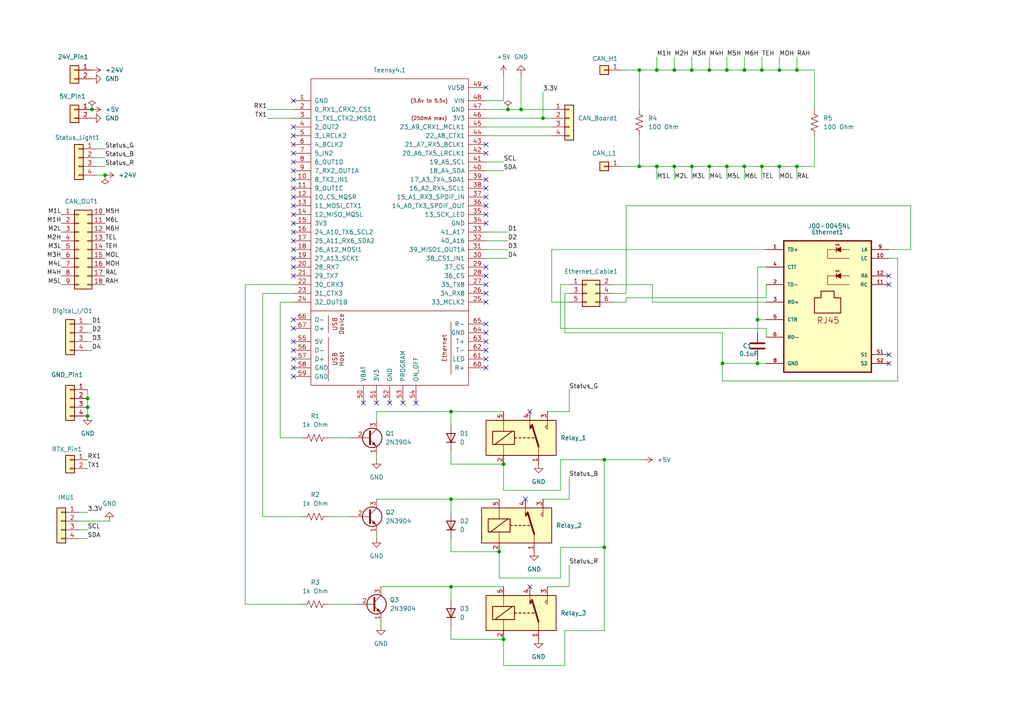
<source format=kicad_sch>
(kicad_sch (version 20231120) (generator "eeschema") (generator_version "8.0")
  (paper "A4")
  (title_block (title "Electrical Main Board") (company "Robonav") (comment 1 "No footprint for the connectors and diodes yet!"))
  (lib_symbols
    (symbol "Conn_01x04_1" (pin_names (offset 1.016) hide)
      (property "Reference" "J6" (at 2.54 0.0001 0))
      (property "Value" "CAN_Board" (at -6.35 6.096 0))
      (symbol "Conn_01x04_1_1_1"
        (pin passive line (at -5.08 2.54 0) (length 3.81) (name "Pin_1") (number "1"))
        (pin passive line (at -5.08 0 0) (length 3.81) (name "Pin_2") (number "2"))
        (pin passive line (at -5.08 -2.54 0) (length 3.81) (name "Pin_3") (number "3"))
        (pin passive line (at -5.08 -5.08 0) (length 3.81) (name "Pin_4") (number "4"))
      )
    )
    (symbol "Connector_Generic:Conn_01x01" (pin_names (offset 1.016) hide)
      (property "Reference" "J" (at 0 2.54 0))
      (property "Value" "Conn_01x01" (at 0 -2.54 0))
      (symbol "Conn_01x01_1_1"
        (pin passive line (at -5.08 0 0) (length 3.81) (name "Pin_1") (number "1"))
      )
    )
    (symbol "Connector_Generic:Conn_01x02" (pin_names (offset 1.016) hide)
      (property "Reference" "J" (at 0 2.54 0))
      (property "Value" "Conn_01x02" (at 0 -5.08 0))
      (symbol "Conn_01x02_1_1"
        (pin passive line (at -5.08 0 0) (length 3.81) (name "Pin_1") (number "1"))
        (pin passive line (at -5.08 -2.54 0) (length 3.81) (name "Pin_2") (number "2"))
      )
    )
    (symbol "Connector_Generic:Conn_01x04" (pin_names (offset 1.016) hide)
      (property "Reference" "J" (at 0 5.08 0))
      (property "Value" "Conn_01x04" (at 0 -7.62 0))
      (symbol "Conn_01x04_1_1"
        (pin passive line (at -5.08 2.54 0) (length 3.81) (name "Pin_1") (number "1"))
        (pin passive line (at -5.08 0 0) (length 3.81) (name "Pin_2") (number "2"))
        (pin passive line (at -5.08 -2.54 0) (length 3.81) (name "Pin_3") (number "3"))
        (pin passive line (at -5.08 -5.08 0) (length 3.81) (name "Pin_4") (number "4"))
      )
    )
    (symbol "Connector_Generic:Conn_02x03_Odd_Even" (pin_names (offset 1.016) hide)
      (property "Reference" "J" (at 1.27 5.08 0))
      (property "Value" "Conn_02x03_Odd_Even" (at 1.27 -5.08 0))
      (symbol "Conn_02x03_Odd_Even_1_1"
        (pin passive line (at -5.08 2.54 0) (length 3.81) (name "Pin_1") (number "1"))
        (pin passive line (at 7.62 2.54 180) (length 3.81) (name "Pin_2") (number "2"))
        (pin passive line (at -5.08 0 0) (length 3.81) (name "Pin_3") (number "3"))
        (pin passive line (at 7.62 0 180) (length 3.81) (name "Pin_4") (number "4"))
        (pin passive line (at -5.08 -2.54 0) (length 3.81) (name "Pin_5") (number "5"))
        (pin passive line (at 7.62 -2.54 180) (length 3.81) (name "Pin_6") (number "6"))
      )
    )
    (symbol "Connector_Generic:Conn_02x09_Top_Bottom" (pin_names (offset 1.016) hide)
      (property "Reference" "J" (at 1.27 12.7 0))
      (property "Value" "Conn_02x09_Top_Bottom" (at 1.27 -12.7 0))
      (symbol "Conn_02x09_Top_Bottom_1_1"
        (pin passive line (at -5.08 10.16 0) (length 3.81) (name "Pin_1") (number "1"))
        (pin passive line (at 7.62 10.16 180) (length 3.81) (name "Pin_10") (number "10"))
        (pin passive line (at 7.62 7.62 180) (length 3.81) (name "Pin_11") (number "11"))
        (pin passive line (at 7.62 5.08 180) (length 3.81) (name "Pin_12") (number "12"))
        (pin passive line (at 7.62 2.54 180) (length 3.81) (name "Pin_13") (number "13"))
        (pin passive line (at 7.62 0 180) (length 3.81) (name "Pin_14") (number "14"))
        (pin passive line (at 7.62 -2.54 180) (length 3.81) (name "Pin_15") (number "15"))
        (pin passive line (at 7.62 -5.08 180) (length 3.81) (name "Pin_16") (number "16"))
        (pin passive line (at 7.62 -7.62 180) (length 3.81) (name "Pin_17") (number "17"))
        (pin passive line (at 7.62 -10.16 180) (length 3.81) (name "Pin_18") (number "18"))
        (pin passive line (at -5.08 7.62 0) (length 3.81) (name "Pin_2") (number "2"))
        (pin passive line (at -5.08 5.08 0) (length 3.81) (name "Pin_3") (number "3"))
        (pin passive line (at -5.08 2.54 0) (length 3.81) (name "Pin_4") (number "4"))
        (pin passive line (at -5.08 0 0) (length 3.81) (name "Pin_5") (number "5"))
        (pin passive line (at -5.08 -2.54 0) (length 3.81) (name "Pin_6") (number "6"))
        (pin passive line (at -5.08 -5.08 0) (length 3.81) (name "Pin_7") (number "7"))
        (pin passive line (at -5.08 -7.62 0) (length 3.81) (name "Pin_8") (number "8"))
        (pin passive line (at -5.08 -10.16 0) (length 3.81) (name "Pin_9") (number "9"))
      )
    )
    (symbol "Device:C" (pin_numbers hide) (pin_names (offset 0.254))
      (property "Reference" "C" (at 0.635 2.54 0))
      (property "Value" "C" (at 0.635 -2.54 0))
      (symbol "C_1_1"
        (pin passive line (at 0 3.81 270) (length 2.794) (name "~") (number "1"))
        (pin passive line (at 0 -3.81 90) (length 2.794) (name "~") (number "2"))
      )
    )
    (symbol "Device:D" (pin_numbers hide) (pin_names (offset 1.016) hide)
      (property "Reference" "D" (at 0 2.54 0))
      (property "Value" "D" (at 0 -2.54 0))
      (symbol "D_1_1"
        (pin passive line (at -3.81 0 0) (length 2.54) (name "K") (number "1"))
        (pin passive line (at 3.81 0 180) (length 2.54) (name "A") (number "2"))
      )
    )
    (symbol "Device:R_US" (pin_numbers hide) (pin_names (offset 0))
      (property "Reference" "R" (at 2.54 0 90))
      (property "Value" "R_US" (at -2.54 0 90))
      (symbol "R_US_1_1"
        (pin passive line (at 0 3.81 270) (length 1.27) (name "~") (number "1"))
        (pin passive line (at 0 -3.81 90) (length 1.27) (name "~") (number "2"))
      )
    )
    (symbol "J00-0045NL:J00-0045NL" (pin_names (offset 1.016))
      (property "Reference" "J" (at -12.7418 21.6609 0))
      (property "Value" "J00-0045NL" (at -12.7427 -21.0253 0))
      (symbol "J00-0045NL_0_0"
        (text "RJ45" (at -3.1811 -3.8174 0) (effects (font (size 1.7814 1.7814)) (justify left bottom)))
        (pin passive line (at -17.78 17.78 0) (length 5.08) (name "TD+") (number "1"))
        (pin passive line (at 17.78 15.24 180) (length 5.08) (name "LC") (number "10"))
        (pin passive line (at 17.78 7.62 180) (length 5.08) (name "RC") (number "11"))
        (pin passive line (at 17.78 10.16 180) (length 5.08) (name "RA") (number "12"))
        (pin passive line (at -17.78 7.62 0) (length 5.08) (name "TD-") (number "2"))
        (pin passive line (at -17.78 2.54 0) (length 5.08) (name "RD+") (number "3"))
        (pin passive line (at -17.78 12.7 0) (length 5.08) (name "CTT") (number "4"))
        (pin passive line (at -17.78 -2.54 0) (length 5.08) (name "CTR") (number "5"))
        (pin passive line (at -17.78 -7.62 0) (length 5.08) (name "RD-") (number "6"))
        (pin passive line (at -17.78 -15.24 0) (length 5.08) (name "GND") (number "8"))
        (pin passive line (at 17.78 17.78 180) (length 5.08) (name "LA") (number "9"))
        (pin passive line (at 17.78 -12.7 180) (length 5.08) (name "S1") (number "S1"))
        (pin passive line (at 17.78 -15.24 180) (length 5.08) (name "S2") (number "S2"))
      )
    )
    (symbol "Relay:G5LE-1"
      (property "Reference" "K" (at 11.43 3.81 0))
      (property "Value" "G5LE-1" (at 11.43 1.27 0))
      (symbol "G5LE-1_1_1"
        (pin passive line (at 5.08 -7.62 90) (length 2.54) (name "~") (number "1"))
        (pin passive line (at -5.08 -7.62 90) (length 2.54) (name "~") (number "2"))
        (pin passive line (at 7.62 7.62 270) (length 2.54) (name "~") (number "3"))
        (pin passive line (at 2.54 7.62 270) (length 2.54) (name "~") (number "4"))
        (pin passive line (at -5.08 7.62 270) (length 2.54) (name "~") (number "5"))
      )
    )
    (symbol "Transistor_BJT:2N3904" (pin_names (offset 0) hide)
      (property "Reference" "Q" (at 5.08 1.905 0))
      (property "Value" "2N3904" (at 5.08 0 0))
      (symbol "2N3904_1_1"
        (pin passive line (at 2.54 -5.08 90) (length 2.54) (name "E") (number "1"))
        (pin passive line (at -5.08 0 0) (length 5.715) (name "B") (number "2"))
        (pin passive line (at 2.54 5.08 270) (length 2.54) (name "C") (number "3"))
      )
    )
    (symbol "power:+24V" (power) (pin_numbers hide) (pin_names (offset 0) hide)
      (property "Value" "+24V" (at 0 3.556 0))
      (symbol "+24V_1_1"
        (pin power_in line (at 0 0 90) (length 0) (name "~") (number "1"))
      )
    )
    (symbol "power:+5V" (power) (pin_numbers hide) (pin_names (offset 0) hide)
      (property "Value" "+5V" (at 0 3.556 0))
      (symbol "+5V_1_1"
        (pin power_in line (at 0 0 90) (length 0) (name "~") (number "1"))
      )
    )
    (symbol "power:GND" (power) (pin_numbers hide) (pin_names (offset 0) hide)
      (property "Value" "GND" (at 0 -3.81 0))
      (symbol "GND_1_1"
        (pin power_in line (at 0 0 270) (length 0) (name "~") (number "1"))
      )
    )
    (symbol "power:PWR_FLAG" (power) (pin_numbers hide) (pin_names (offset 0) hide)
      (property "Value" "PWR_FLAG" (at 0 3.81 0))
      (symbol "PWR_FLAG_0_0"
        (pin power_out line (at 0 0 90) (length 0) (name "~") (number "1"))
      )
    )
    (symbol "teensy:Teensy4.1" (pin_names (offset 1.016))
      (property "Reference" "U1" (at 0 66.04 0))
      (property "Value" "Teensy4.1" (at 0 63.5 0))
      (symbol "Teensy4.1_0_0"
        (text "(250mA max)" (at 11.43 49.53 0) (effects (font (size 1.016 1.016))))
        (text "(3.6v to 5.5v)" (at 11.43 54.61 0) (effects (font (size 1.016 1.016))))
        (text "Device" (at -13.97 -10.16 900) (effects (font (size 1.27 1.27))))
        (text "Ethernet" (at 15.875 -17.145 900) (effects (font (size 1.27 1.27))))
        (text "Host" (at -13.97 -20.32 900) (effects (font (size 1.27 1.27))))
        (text "USB" (at -15.875 -20.32 900) (effects (font (size 1.27 1.27))))
        (text "USB" (at -15.875 -10.16 900) (effects (font (size 1.27 1.27))))
        (pin bidirectional line (at -27.94 31.75 0) (length 5.08) (name "8_TX2_IN1") (number "10"))
        (pin bidirectional line (at -27.94 29.21 0) (length 5.08) (name "9_OUT1C") (number "11"))
        (pin bidirectional line (at -27.94 26.67 0) (length 5.08) (name "10_CS_MQSR") (number "12"))
        (pin bidirectional line (at -27.94 24.13 0) (length 5.08) (name "11_MOSI_CTX1") (number "13"))
        (pin bidirectional line (at -27.94 21.59 0) (length 5.08) (name "12_MISO_MQSL") (number "14"))
        (pin bidirectional line (at -27.94 16.51 0) (length 5.08) (name "24_A10_TX6_SCL2") (number "16"))
        (pin bidirectional line (at -27.94 13.97 0) (length 5.08) (name "25_A11_RX6_SDA2") (number "17"))
        (pin bidirectional line (at -27.94 11.43 0) (length 5.08) (name "26_A12_MOSI1") (number "18"))
        (pin bidirectional line (at -27.94 8.89 0) (length 5.08) (name "27_A13_SCK1") (number "19"))
        (pin bidirectional line (at -27.94 6.35 0) (length 5.08) (name "28_RX7") (number "20"))
        (pin bidirectional line (at -27.94 3.81 0) (length 5.08) (name "29_TX7") (number "21"))
        (pin bidirectional line (at -27.94 1.27 0) (length 5.08) (name "30_CRX3") (number "22"))
        (pin bidirectional line (at -27.94 -1.27 0) (length 5.08) (name "31_CTX3") (number "23"))
        (pin bidirectional line (at -27.94 -3.81 0) (length 5.08) (name "32_OUT1B") (number "24"))
        (pin bidirectional line (at 27.94 -3.81 180) (length 5.08) (name "33_MCLK2") (number "25"))
        (pin bidirectional line (at 27.94 -1.27 180) (length 5.08) (name "34_RX8") (number "26"))
        (pin bidirectional line (at 27.94 1.27 180) (length 5.08) (name "35_TX8") (number "27"))
        (pin bidirectional line (at 27.94 3.81 180) (length 5.08) (name "36_CS") (number "28"))
        (pin bidirectional line (at 27.94 6.35 180) (length 5.08) (name "37_CS") (number "29"))
        (pin bidirectional line (at 27.94 8.89 180) (length 5.08) (name "38_CS1_IN1") (number "30"))
        (pin bidirectional line (at 27.94 11.43 180) (length 5.08) (name "39_MISO1_OUT1A") (number "31"))
        (pin bidirectional line (at 27.94 13.97 180) (length 5.08) (name "40_A16") (number "32"))
        (pin bidirectional line (at 27.94 16.51 180) (length 5.08) (name "41_A17") (number "33"))
        (pin bidirectional line (at 27.94 21.59 180) (length 5.08) (name "13_SCK_LED") (number "35"))
        (pin bidirectional line (at 27.94 24.13 180) (length 5.08) (name "14_A0_TX3_SPDIF_OUT") (number "36"))
        (pin bidirectional line (at 27.94 26.67 180) (length 5.08) (name "15_A1_RX3_SPDIF_IN") (number "37"))
        (pin bidirectional line (at 27.94 29.21 180) (length 5.08) (name "16_A2_RX4_SCL1") (number "38"))
        (pin bidirectional line (at 27.94 31.75 180) (length 5.08) (name "17_A3_TX4_SDA1") (number "39"))
        (pin bidirectional line (at 27.94 34.29 180) (length 5.08) (name "18_A4_SDA") (number "40"))
        (pin bidirectional line (at 27.94 36.83 180) (length 5.08) (name "19_A5_SCL") (number "41"))
        (pin bidirectional line (at 27.94 39.37 180) (length 5.08) (name "20_A6_TX5_LRCLK1") (number "42"))
        (pin bidirectional line (at 27.94 41.91 180) (length 5.08) (name "21_A7_RX5_BCLK1") (number "43"))
        (pin bidirectional line (at 27.94 44.45 180) (length 5.08) (name "22_A8_CTX1") (number "44"))
        (pin bidirectional line (at 27.94 46.99 180) (length 5.08) (name "23_A9_CRX1_MCLK1") (number "45"))
        (pin output line (at 27.94 49.53 180) (length 5.08) (name "3V3") (number "46"))
        (pin power_in line (at 27.94 54.61 180) (length 5.08) (name "VIN") (number "48"))
        (pin power_out line (at 27.94 58.42 180) (length 5.08) (name "VUSB") (number "49"))
        (pin bidirectional line (at -27.94 44.45 0) (length 5.08) (name "3_LRCLK2") (number "5"))
        (pin power_in line (at -7.62 -33.02 90) (length 5.08) (name "VBAT") (number "50"))
        (pin power_in line (at -3.81 -33.02 90) (length 5.08) (name "3V3") (number "51"))
        (pin input line (at 0 -33.02 90) (length 5.08) (name "GND") (number "52"))
        (pin input line (at 3.81 -33.02 90) (length 5.08) (name "PROGRAM") (number "53"))
        (pin input line (at 7.62 -33.02 90) (length 5.08) (name "ON_OFF") (number "54"))
        (pin power_out line (at -27.94 -15.24 0) (length 5.08) (name "5V") (number "55"))
        (pin bidirectional line (at -27.94 -17.78 0) (length 5.08) (name "D-") (number "56"))
        (pin bidirectional line (at -27.94 -20.32 0) (length 5.08) (name "D+") (number "57"))
        (pin power_in line (at -27.94 -22.86 0) (length 5.08) (name "GND") (number "58"))
        (pin power_in line (at -27.94 -25.4 0) (length 5.08) (name "GND") (number "59"))
        (pin bidirectional line (at -27.94 41.91 0) (length 5.08) (name "4_BCLK2") (number "6"))
        (pin bidirectional line (at 27.94 -22.86 180) (length 5.08) (name "R+") (number "60"))
        (pin bidirectional line (at 27.94 -20.32 180) (length 5.08) (name "LED") (number "61"))
        (pin bidirectional line (at 27.94 -17.78 180) (length 5.08) (name "T-") (number "62"))
        (pin bidirectional line (at 27.94 -15.24 180) (length 5.08) (name "T+") (number "63"))
        (pin bidirectional line (at 27.94 -10.16 180) (length 5.08) (name "R-") (number "65"))
        (pin bidirectional line (at -27.94 -8.89 0) (length 5.08) (name "D-") (number "66"))
        (pin bidirectional line (at -27.94 -11.43 0) (length 5.08) (name "D+") (number "67"))
        (pin bidirectional line (at -27.94 39.37 0) (length 5.08) (name "5_IN2") (number "7"))
        (pin bidirectional line (at -27.94 36.83 0) (length 5.08) (name "6_OUT1D") (number "8"))
        (pin bidirectional line (at -27.94 34.29 0) (length 5.08) (name "7_RX2_OUT1A") (number "9"))
      )
      (symbol "Teensy4.1_1_0"
        (pin power_out line (at -27.94 19.05 0) (length 5.08) (name "3V3") (number "15"))
        (pin input line (at 27.94 52.07 180) (length 5.08) (name "GND") (number "47"))
        (pin power_out line (at 27.94 -12.7 180) (length 5.08) (name "GND") (number "64"))
      )
      (symbol "Teensy4.1_1_1"
        (pin power_in line (at -27.94 54.61 0) (length 5.08) (name "GND") (number "1"))
        (pin bidirectional line (at -27.94 52.07 0) (length 5.08) (name "0_RX1_CRX2_CS1") (number "2"))
        (pin bidirectional line (at -27.94 49.53 0) (length 5.08) (name "1_TX1_CTX2_MISO1") (number "3"))
        (pin power_in line (at 27.94 19.05 180) (length 5.08) (name "GND") (number "34"))
        (pin bidirectional line (at -27.94 46.99 0) (length 5.08) (name "2_OUT2") (number "4"))
      )
    )
  )
  (junction (at 215.9 20.32))
  (junction (at 200.66 20.32))
  (junction (at 175.26 133.35))
  (junction (at 147.32 31.75))
  (junction (at 190.5 48.26))
  (junction (at 25.4 118.11))
  (junction (at 205.74 20.32))
  (junction (at 195.58 20.32))
  (junction (at 210.82 20.32))
  (junction (at 157.48 34.29))
  (junction (at 185.42 48.26))
  (junction (at 146.05 134.62))
  (junction (at 200.66 48.26))
  (junction (at 130.81 144.78))
  (junction (at 195.58 48.26))
  (junction (at 25.4 115.57))
  (junction (at 220.98 20.32))
  (junction (at 226.06 48.26))
  (junction (at 130.81 170.18))
  (junction (at 231.14 48.26))
  (junction (at 220.98 48.26))
  (junction (at 26.67 31.75))
  (junction (at 209.55 105.41))
  (junction (at 146.05 185.42))
  (junction (at 144.78 160.02))
  (junction (at 130.81 119.38))
  (junction (at 231.14 20.32))
  (junction (at 219.71 92.71))
  (junction (at 215.9 48.26))
  (junction (at 205.74 48.26))
  (junction (at 219.71 105.41))
  (junction (at 190.5 20.32))
  (junction (at 151.13 31.75))
  (junction (at 210.82 48.26))
  (junction (at 226.06 20.32))
  (junction (at 175.26 158.75))
  (junction (at 25.4 120.65))
  (junction (at 30.48 50.8))
  (junction (at 185.42 20.32))
  (no_connect (at 140.97 25.4))
  (no_connect (at 257.81 82.55))
  (no_connect (at 140.97 82.55))
  (no_connect (at 140.97 101.6))
  (no_connect (at 85.09 64.77))
  (no_connect (at 85.09 52.07))
  (no_connect (at 140.97 104.14))
  (no_connect (at 116.84 116.84))
  (no_connect (at 120.65 116.84))
  (no_connect (at 140.97 77.47))
  (no_connect (at 85.09 41.91))
  (no_connect (at 140.97 57.15))
  (no_connect (at 85.09 67.31))
  (no_connect (at 257.81 102.87))
  (no_connect (at 85.09 44.45))
  (no_connect (at 140.97 106.68))
  (no_connect (at 85.09 104.14))
  (no_connect (at 140.97 44.45))
  (no_connect (at 85.09 36.83))
  (no_connect (at 85.09 92.71))
  (no_connect (at 140.97 96.52))
  (no_connect (at 85.09 46.99))
  (no_connect (at 257.81 105.41))
  (no_connect (at 140.97 52.07))
  (no_connect (at 140.97 54.61))
  (no_connect (at 85.09 57.15))
  (no_connect (at 113.03 116.84))
  (no_connect (at 85.09 99.06))
  (no_connect (at 85.09 74.93))
  (no_connect (at 140.97 64.77))
  (no_connect (at 153.67 170.18))
  (no_connect (at 140.97 85.09))
  (no_connect (at 109.22 116.84))
  (no_connect (at 140.97 59.69))
  (no_connect (at 257.81 80.01))
  (no_connect (at 85.09 59.69))
  (no_connect (at 85.09 106.68))
  (no_connect (at 85.09 39.37))
  (no_connect (at 85.09 95.25))
  (no_connect (at 140.97 80.01))
  (no_connect (at 85.09 77.47))
  (no_connect (at 85.09 54.61))
  (no_connect (at 153.67 119.38))
  (no_connect (at 85.09 69.85))
  (no_connect (at 152.4 144.78))
  (no_connect (at 105.41 116.84))
  (no_connect (at 85.09 101.6))
  (no_connect (at 140.97 41.91))
  (no_connect (at 85.09 29.21))
  (no_connect (at 85.09 109.22))
  (no_connect (at 85.09 72.39))
  (no_connect (at 140.97 93.98))
  (no_connect (at 85.09 49.53))
  (no_connect (at 140.97 62.23))
  (no_connect (at 140.97 87.63))
  (no_connect (at 85.09 62.23))
  (no_connect (at 140.97 99.06))
  (no_connect (at 85.09 80.01))
  (wire (pts (xy 215.9 48.26) (xy 220.98 48.26)))
  (wire (pts (xy 181.61 87.63) (xy 177.8 87.63)))
  (wire (pts (xy 222.25 95.25) (xy 162.56 95.25)))
  (wire (pts (xy 160.02 87.63) (xy 165.1 87.63)))
  (wire (pts (xy 25.4 115.57) (xy 25.4 118.11)))
  (wire (pts (xy 205.74 20.32) (xy 210.82 20.32)))
  (wire (pts (xy 162.56 142.24) (xy 162.56 133.35)))
  (wire (pts (xy 85.09 85.09) (xy 76.2 85.09)))
  (wire (pts (xy 165.1 163.83) (xy 165.1 170.18)))
  (wire (pts (xy 219.71 92.71) (xy 222.25 92.71)))
  (wire (pts (xy 185.42 20.32) (xy 185.42 31.75)))
  (wire (pts (xy 215.9 16.51) (xy 215.9 20.32)))
  (wire (pts (xy 205.74 48.26) (xy 210.82 48.26)))
  (wire (pts (xy 160.02 72.39) (xy 222.25 72.39)))
  (wire (pts (xy 146.05 134.62) (xy 146.05 142.24)))
  (wire (pts (xy 22.86 148.59) (xy 25.4 148.59)))
  (wire (pts (xy 210.82 48.26) (xy 215.9 48.26)))
  (wire (pts (xy 30.48 43.18) (xy 27.94 43.18)))
  (wire (pts (xy 26.67 96.52) (xy 25.4 96.52)))
  (wire (pts (xy 190.5 16.51) (xy 190.5 20.32)))
  (wire (pts (xy 222.25 86.36) (xy 222.25 82.55)))
  (wire (pts (xy 220.98 16.51) (xy 220.98 20.32)))
  (wire (pts (xy 95.25 175.26) (xy 102.87 175.26)))
  (wire (pts (xy 146.05 193.04) (xy 163.83 193.04)))
  (wire (pts (xy 180.34 20.32) (xy 185.42 20.32)))
  (wire (pts (xy 257.81 72.39) (xy 264.16 72.39)))
  (wire (pts (xy 130.81 185.42) (xy 146.05 185.42)))
  (wire (pts (xy 140.97 49.53) (xy 146.05 49.53)))
  (wire (pts (xy 200.66 20.32) (xy 205.74 20.32)))
  (wire (pts (xy 219.71 92.71) (xy 219.71 77.47)))
  (wire (pts (xy 130.81 156.21) (xy 130.81 160.02)))
  (wire (pts (xy 185.42 48.26) (xy 190.5 48.26)))
  (wire (pts (xy 220.98 20.32) (xy 226.06 20.32)))
  (wire (pts (xy 219.71 96.52) (xy 219.71 92.71)))
  (wire (pts (xy 109.22 156.21) (xy 109.22 154.94)))
  (wire (pts (xy 220.98 48.26) (xy 226.06 48.26)))
  (wire (pts (xy 219.71 77.47) (xy 222.25 77.47)))
  (wire (pts (xy 210.82 48.26) (xy 210.82 52.07)))
  (wire (pts (xy 76.2 149.86) (xy 87.63 149.86)))
  (wire (pts (xy 200.66 48.26) (xy 205.74 48.26)))
  (wire (pts (xy 260.35 110.49) (xy 260.35 74.93)))
  (wire (pts (xy 162.56 82.55) (xy 165.1 82.55)))
  (wire (pts (xy 163.83 182.88) (xy 175.26 182.88)))
  (wire (pts (xy 181.61 85.09) (xy 177.8 85.09)))
  (wire (pts (xy 130.81 119.38) (xy 146.05 119.38)))
  (wire (pts (xy 109.22 133.35) (xy 109.22 132.08)))
  (wire (pts (xy 110.49 170.18) (xy 130.81 170.18)))
  (wire (pts (xy 158.75 119.38) (xy 165.1 119.38)))
  (wire (pts (xy 140.97 46.99) (xy 146.05 46.99)))
  (wire (pts (xy 219.71 104.14) (xy 219.71 105.41)))
  (wire (pts (xy 231.14 48.26) (xy 236.22 48.26)))
  (wire (pts (xy 162.56 158.75) (xy 175.26 158.75)))
  (wire (pts (xy 264.16 59.69) (xy 264.16 72.39)))
  (wire (pts (xy 219.71 105.41) (xy 222.25 105.41)))
  (wire (pts (xy 190.5 48.26) (xy 195.58 48.26)))
  (wire (pts (xy 110.49 181.61) (xy 110.49 180.34)))
  (wire (pts (xy 181.61 87.63) (xy 181.61 86.36)))
  (wire (pts (xy 81.28 127) (xy 87.63 127)))
  (wire (pts (xy 146.05 142.24) (xy 162.56 142.24)))
  (wire (pts (xy 140.97 34.29) (xy 157.48 34.29)))
  (wire (pts (xy 226.06 20.32) (xy 231.14 20.32)))
  (wire (pts (xy 162.56 133.35) (xy 175.26 133.35)))
  (wire (pts (xy 210.82 16.51) (xy 210.82 20.32)))
  (wire (pts (xy 77.47 34.29) (xy 85.09 34.29)))
  (wire (pts (xy 151.13 31.75) (xy 160.02 31.75)))
  (wire (pts (xy 226.06 48.26) (xy 231.14 48.26)))
  (wire (pts (xy 140.97 69.85) (xy 147.32 69.85)))
  (wire (pts (xy 195.58 20.32) (xy 200.66 20.32)))
  (wire (pts (xy 165.1 138.43) (xy 165.1 144.78)))
  (wire (pts (xy 209.55 96.52) (xy 209.55 105.41)))
  (wire (pts (xy 25.4 113.03) (xy 25.4 115.57)))
  (wire (pts (xy 163.83 193.04) (xy 163.83 182.88)))
  (wire (pts (xy 140.97 72.39) (xy 147.32 72.39)))
  (wire (pts (xy 25.4 118.11) (xy 25.4 120.65)))
  (wire (pts (xy 222.25 97.79) (xy 222.25 95.25)))
  (wire (pts (xy 77.47 31.75) (xy 85.09 31.75)))
  (wire (pts (xy 181.61 59.69) (xy 181.61 85.09)))
  (wire (pts (xy 140.97 74.93) (xy 147.32 74.93)))
  (wire (pts (xy 210.82 20.32) (xy 215.9 20.32)))
  (wire (pts (xy 30.48 50.8) (xy 27.94 50.8)))
  (wire (pts (xy 175.26 182.88) (xy 175.26 158.75)))
  (wire (pts (xy 130.81 173.99) (xy 130.81 170.18)))
  (wire (pts (xy 81.28 87.63) (xy 81.28 127)))
  (wire (pts (xy 209.55 105.41) (xy 219.71 105.41)))
  (wire (pts (xy 130.81 144.78) (xy 144.78 144.78)))
  (wire (pts (xy 177.8 82.55) (xy 189.23 82.55)))
  (wire (pts (xy 140.97 39.37) (xy 160.02 39.37)))
  (wire (pts (xy 157.48 26.67) (xy 157.48 34.29)))
  (wire (pts (xy 22.86 153.67) (xy 25.4 153.67)))
  (wire (pts (xy 140.97 67.31) (xy 147.32 67.31)))
  (wire (pts (xy 195.58 48.26) (xy 195.58 52.07)))
  (wire (pts (xy 231.14 48.26) (xy 231.14 52.07)))
  (wire (pts (xy 151.13 21.59) (xy 151.13 31.75)))
  (wire (pts (xy 22.86 151.13) (xy 31.75 151.13)))
  (wire (pts (xy 160.02 72.39) (xy 160.02 87.63)))
  (wire (pts (xy 130.81 181.61) (xy 130.81 185.42)))
  (wire (pts (xy 189.23 82.55) (xy 189.23 87.63)))
  (wire (pts (xy 147.32 31.75) (xy 151.13 31.75)))
  (wire (pts (xy 144.78 160.02) (xy 144.78 167.64)))
  (wire (pts (xy 236.22 20.32) (xy 231.14 20.32)))
  (wire (pts (xy 190.5 48.26) (xy 190.5 52.07)))
  (wire (pts (xy 215.9 48.26) (xy 215.9 52.07)))
  (wire (pts (xy 215.9 20.32) (xy 220.98 20.32)))
  (wire (pts (xy 109.22 121.92) (xy 109.22 119.38)))
  (wire (pts (xy 200.66 16.51) (xy 200.66 20.32)))
  (wire (pts (xy 109.22 144.78) (xy 130.81 144.78)))
  (wire (pts (xy 189.23 87.63) (xy 222.25 87.63)))
  (wire (pts (xy 205.74 48.26) (xy 205.74 52.07)))
  (wire (pts (xy 226.06 16.51) (xy 226.06 20.32)))
  (wire (pts (xy 209.55 110.49) (xy 260.35 110.49)))
  (wire (pts (xy 175.26 133.35) (xy 186.69 133.35)))
  (wire (pts (xy 157.48 144.78) (xy 165.1 144.78)))
  (wire (pts (xy 95.25 127) (xy 101.6 127)))
  (wire (pts (xy 22.86 156.21) (xy 25.4 156.21)))
  (wire (pts (xy 209.55 96.52) (xy 163.83 96.52)))
  (wire (pts (xy 71.12 82.55) (xy 71.12 175.26)))
  (wire (pts (xy 185.42 39.37) (xy 185.42 48.26)))
  (wire (pts (xy 165.1 113.03) (xy 165.1 119.38)))
  (wire (pts (xy 226.06 48.26) (xy 226.06 52.07)))
  (wire (pts (xy 140.97 29.21) (xy 146.05 29.21)))
  (wire (pts (xy 130.81 134.62) (xy 146.05 134.62)))
  (wire (pts (xy 220.98 48.26) (xy 220.98 52.07)))
  (wire (pts (xy 181.61 86.36) (xy 222.25 86.36)))
  (wire (pts (xy 162.56 95.25) (xy 162.56 82.55)))
  (wire (pts (xy 231.14 16.51) (xy 231.14 20.32)))
  (wire (pts (xy 26.67 101.6) (xy 25.4 101.6)))
  (wire (pts (xy 26.67 99.06) (xy 25.4 99.06)))
  (wire (pts (xy 181.61 59.69) (xy 264.16 59.69)))
  (wire (pts (xy 130.81 130.81) (xy 130.81 134.62)))
  (wire (pts (xy 180.34 48.26) (xy 185.42 48.26)))
  (wire (pts (xy 71.12 175.26) (xy 87.63 175.26)))
  (wire (pts (xy 146.05 21.59) (xy 146.05 29.21)))
  (wire (pts (xy 140.97 31.75) (xy 147.32 31.75)))
  (wire (pts (xy 190.5 20.32) (xy 195.58 20.32)))
  (wire (pts (xy 76.2 85.09) (xy 76.2 149.86)))
  (wire (pts (xy 30.48 48.26) (xy 27.94 48.26)))
  (wire (pts (xy 95.25 149.86) (xy 101.6 149.86)))
  (wire (pts (xy 140.97 36.83) (xy 160.02 36.83)))
  (wire (pts (xy 195.58 16.51) (xy 195.58 20.32)))
  (wire (pts (xy 130.81 119.38) (xy 130.81 123.19)))
  (wire (pts (xy 195.58 48.26) (xy 200.66 48.26)))
  (wire (pts (xy 162.56 167.64) (xy 162.56 158.75)))
  (wire (pts (xy 71.12 82.55) (xy 85.09 82.55)))
  (wire (pts (xy 209.55 105.41) (xy 209.55 110.49)))
  (wire (pts (xy 130.81 144.78) (xy 130.81 148.59)))
  (wire (pts (xy 163.83 96.52) (xy 163.83 85.09)))
  (wire (pts (xy 109.22 119.38) (xy 130.81 119.38)))
  (wire (pts (xy 130.81 170.18) (xy 146.05 170.18)))
  (wire (pts (xy 260.35 74.93) (xy 257.81 74.93)))
  (wire (pts (xy 175.26 158.75) (xy 175.26 133.35)))
  (wire (pts (xy 236.22 20.32) (xy 236.22 31.75)))
  (wire (pts (xy 200.66 48.26) (xy 200.66 52.07)))
  (wire (pts (xy 130.81 160.02) (xy 144.78 160.02)))
  (wire (pts (xy 26.67 93.98) (xy 25.4 93.98)))
  (wire (pts (xy 146.05 185.42) (xy 146.05 193.04)))
  (wire (pts (xy 185.42 20.32) (xy 190.5 20.32)))
  (wire (pts (xy 205.74 16.51) (xy 205.74 20.32)))
  (wire (pts (xy 163.83 85.09) (xy 165.1 85.09)))
  (wire (pts (xy 85.09 87.63) (xy 81.28 87.63)))
  (wire (pts (xy 158.75 170.18) (xy 165.1 170.18)))
  (wire (pts (xy 157.48 34.29) (xy 160.02 34.29)))
  (wire (pts (xy 236.22 39.37) (xy 236.22 48.26)))
  (wire (pts (xy 30.48 45.72) (xy 27.94 45.72)))
  (wire (pts (xy 144.78 167.64) (xy 162.56 167.64)))
  (label "D1" (at 26.67 93.98 0))
  (label "D4" (at 147.32 74.93 0))
  (label "M2L" (at 17.78 67.31 180))
  (label "TEL" (at 220.98 52.07 0))
  (label "Status_R" (at 165.1 163.83 0))
  (label "RAL" (at 231.14 52.07 0))
  (label "M2L" (at 195.58 52.07 0))
  (label "Status_B" (at 30.48 45.72 0))
  (label "M4L" (at 205.74 52.07 0))
  (label "M2H" (at 195.58 16.51 0))
  (label "D1" (at 147.32 67.31 0))
  (label "M5H" (at 210.82 16.51 0))
  (label "M3H" (at 200.66 16.51 0))
  (label "M4H" (at 205.74 16.51 0))
  (label "M1L" (at 190.5 52.07 0))
  (label "D2" (at 26.67 96.52 0))
  (label "MOL" (at 30.48 74.93 0))
  (label "RAH" (at 231.14 16.51 0))
  (label "D4" (at 26.67 101.6 0))
  (label "MOH" (at 30.48 77.47 0))
  (label "TX1" (at 25.4 135.89 0))
  (label "M3H" (at 17.78 74.93 180))
  (label "M3L" (at 17.78 72.39 180))
  (label "RX1" (at 25.4 133.35 0))
  (label "M1L" (at 17.78 62.23 180))
  (label "SDA" (at 146.05 49.53 0))
  (label "Status_B" (at 165.1 138.43 0))
  (label "MOH" (at 226.06 16.51 0))
  (label "TX1" (at 77.47 34.29 180))
  (label "M5L" (at 210.82 52.07 0))
  (label "D3" (at 147.32 72.39 0))
  (label "M5H" (at 30.48 62.23 0))
  (label "SCL" (at 146.05 46.99 0))
  (label "M2H" (at 17.78 69.85 180))
  (label "D2" (at 147.32 69.85 0))
  (label "M6L" (at 30.48 64.77 0))
  (label "M6H" (at 215.9 16.51 0))
  (label "TEL" (at 30.48 69.85 0))
  (label "M5L" (at 17.78 82.55 180))
  (label "RX1" (at 77.47 31.75 180))
  (label "M6H" (at 30.48 67.31 0))
  (label "RAL" (at 30.48 80.01 0))
  (label "M3L" (at 200.66 52.07 0))
  (label "TEH" (at 220.98 16.51 0))
  (label "Status_G" (at 165.1 113.03 0))
  (label "M4L" (at 17.78 77.47 180))
  (label "Status_G" (at 30.48 43.18 0))
  (label "RAH" (at 30.48 82.55 0))
  (label "3.3V" (at 25.4 148.59 0))
  (label "3.3V" (at 157.48 26.67 0))
  (label "TEH" (at 30.48 72.39 0))
  (label "M4H" (at 17.78 80.01 180))
  (label "Status_R" (at 30.48 48.26 0))
  (label "M6L" (at 215.9 52.07 0))
  (label "M1H" (at 190.5 16.51 0))
  (label "SDA" (at 25.4 156.21 0))
  (label "M1H" (at 17.78 64.77 180))
  (label "D3" (at 26.67 99.06 0))
  (label "SCL" (at 25.4 153.67 0))
  (label "MOL" (at 226.06 52.07 0))
  (symbol (lib_id "Device:R_US") (at 91.44 175.26 90) (unit 1)
    (property "Reference" "R3" (at 91.44 168.91 90))
    (property "Value" "1k Ohm" (at 91.44 171.45 90))
    (property "Footprint" "Resistor_THT:R_Axial_DIN0309_L9.0mm_D3.2mm_P15.24mm_Horizontal" (effects (hide yes)))
    (property "Description" "Resistor, US symbol" (effects (hide yes)))
  )
  (symbol (lib_id "Transistor_BJT:2N3904") (at 106.68 127 0) (unit 1)
    (property "Reference" "Q1" (at 111.76 125.7299 0) (effects (justify left)))
    (property "Value" "2N3904" (at 111.76 128.2699 0) (effects (justify left)))
    (property "Footprint" "Package_TO_SOT_THT:TO-92_Inline" (effects (hide yes)))
    (property "Datasheet" "https://www.onsemi.com/pub/Collateral/2N3903-D.PDF" (effects (hide yes)))
    (property "Description" "0.2A Ic, 40V Vce, Small Signal NPN Transistor, TO-92" (effects (hide yes)))
  )
  (symbol (lib_id "Connector_Generic:Conn_01x04") (at 20.32 115.57 0) (mirror y) (unit 1)
    (property "Reference" "GND_Pin1" (at 24.13 108.712 0) (effects (justify left)))
    (property "Value" "GND" (effects (hide yes)))
    (property "Footprint" "Connector_PinHeader_2.54mm:PinHeader_1x04_P2.54mm_Vertical" (effects (hide yes)))
    (property "Description" "Generic connector, single row, 01x04, script generated (kicad-library-utils/schlib/autogen/connector/)" (effects (hide yes)))
  )
  (symbol (lib_id "power:GND") (at 26.67 22.86 90) (unit 1)
    (property "Reference" "#PWR011" (effects (hide yes)))
    (property "Value" "GND" (at 30.48 22.8599 90) (effects (justify right)))
    (property "Description" "Power symbol creates a global label with name \"GND\" , ground" (effects (hide yes)))
  )
  (symbol (lib_id "Device:R_US") (at 185.42 35.56 0) (unit 1)
    (property "Reference" "R4" (at 187.96 34.2899 0) (effects (justify left)))
    (property "Value" "100 Ohm" (at 187.96 36.8299 0) (effects (justify left)))
    (property "Footprint" "Resistor_THT:R_Axial_DIN0309_L9.0mm_D3.2mm_P15.24mm_Horizontal" (effects (hide yes)))
    (property "Description" "Resistor, US symbol" (effects (hide yes)))
  )
  (symbol (lib_id "Relay:G5LE-1") (at 149.86 152.4 0) (unit 1)
    (property "Reference" "Relay_2" (at 161.29 152.3999 0) (effects (justify left)))
    (property "Value" "G5LE1_Blue" (effects (hide yes)))
    (property "Footprint" "Relay_THT:Relay_SPDT_Omron-G5LE-1" (effects (hide yes)))
    (property "Datasheet" "http://www.omron.com/ecb/products/pdf/en-g5le.pdf" (effects (hide yes)))
    (property "Description" "Omron G5LE relay, Miniature Single Pole, SPDT, 10A" (effects (hide yes)))
  )
  (symbol (lib_id "Device:D") (at 130.81 152.4 90) (unit 1)
    (property "Reference" "D2" (at 133.35 151.1299 90) (effects (justify right)))
    (property "Value" "D" (at 133.35 153.6699 90) (effects (justify right)))
    (property "Footprint" "LED_THT:LED_D5.0mm" (effects (hide yes)))
    (property "Description" "Diode" (effects (hide yes)))
    (property "Sim.Device" "D" (effects (hide yes)))
    (property "Sim.Pins" "1=K 2=A" (effects (hide yes)))
  )
  (symbol (lib_id "Connector_Generic:Conn_01x04") (at 22.86 45.72 0) (mirror y) (unit 1)
    (property "Reference" "Status_Light1" (at 28.956 39.878 0) (effects (justify left)))
    (property "Value" "Status_Light" (effects (hide yes)))
    (property "Footprint" "Connector_PinHeader_2.54mm:PinHeader_1x04_P2.54mm_Vertical" (effects (hide yes)))
    (property "Description" "Generic connector, single row, 01x04, script generated (kicad-library-utils/schlib/autogen/connector/)" (effects (hide yes)))
  )
  (symbol (lib_id "power:GND") (at 156.21 134.62 0) (unit 1)
    (property "Reference" "#PWR04" (effects (hide yes)))
    (property "Value" "GND" (at 156.21 139.7 0))
    (property "Description" "Power symbol creates a global label with name \"GND\" , ground" (effects (hide yes)))
  )
  (symbol (lib_id "power:GND") (at 25.4 120.65 0) (unit 1)
    (property "Reference" "#PWR016" (effects (hide yes)))
    (property "Value" "GND" (at 25.4 125.73 0))
    (property "Description" "Power symbol creates a global label with name \"GND\" , ground" (effects (hide yes)))
  )
  (symbol (lib_id "Connector_Generic:Conn_01x04") (at 20.32 96.52 0) (mirror y) (unit 1)
    (property "Reference" "Digital_I/O1" (at 26.924 90.17 0) (effects (justify left)))
    (property "Value" "Digital I/O" (effects (hide yes)))
    (property "Footprint" "Connector_PinHeader_2.54mm:PinHeader_1x04_P2.54mm_Vertical" (effects (hide yes)))
    (property "Description" "Generic connector, single row, 01x04, script generated (kicad-library-utils/schlib/autogen/connector/)" (effects (hide yes)))
  )
  (symbol (lib_id "power:+5V") (at 26.67 31.75 270) (unit 1)
    (property "Reference" "#PWR014" (effects (hide yes)))
    (property "Value" "+5V" (at 30.48 31.7499 90) (effects (justify left)))
    (property "Description" "Power symbol creates a global label with name \"+5V\"" (effects (hide yes)))
  )
  (symbol (lib_id "power:GND") (at 109.22 133.35 0) (unit 1)
    (property "Reference" "#PWR02" (effects (hide yes)))
    (property "Value" "GND" (at 109.22 138.43 0))
    (property "Description" "Power symbol creates a global label with name \"GND\" , ground" (effects (hide yes)))
  )
  (symbol (lib_id "power:+24V") (at 30.48 50.8 270) (unit 1)
    (property "Reference" "#PWR015" (effects (hide yes)))
    (property "Value" "+24V" (at 34.29 50.7999 90) (effects (justify left)))
    (property "Description" "Power symbol creates a global label with name \"+24V\"" (effects (hide yes)))
  )
  (symbol (lib_id "power:GND") (at 31.75 151.13 180) (unit 1)
    (property "Reference" "#PWR010" (effects (hide yes)))
    (property "Value" "GND" (at 31.75 146.05 0))
    (property "Description" "Power symbol creates a global label with name \"GND\" , ground" (effects (hide yes)))
  )
  (symbol (lib_id "Connector_Generic:Conn_01x01") (at 175.26 48.26 180) (unit 1)
    (property "Reference" "CAN_L1" (at 175.26 44.45 0))
    (property "Value" "CAN_L" (effects (hide yes)))
    (property "Footprint" "Connector_PinHeader_2.54mm:PinHeader_1x01_P2.54mm_Vertical" (effects (hide yes)))
    (property "Description" "Generic connector, single row, 01x01, script generated (kicad-library-utils/schlib/autogen/connector/)" (effects (hide yes)))
  )
  (symbol (lib_id "Device:D") (at 130.81 177.8 90) (unit 1)
    (property "Reference" "D3" (at 133.35 176.5299 90) (effects (justify right)))
    (property "Value" "D" (at 133.35 179.0699 90) (effects (justify right)))
    (property "Footprint" "LED_THT:LED_D5.0mm" (effects (hide yes)))
    (property "Description" "Diode" (effects (hide yes)))
    (property "Sim.Device" "D" (effects (hide yes)))
    (property "Sim.Pins" "1=K 2=A" (effects (hide yes)))
  )
  (symbol (lib_id "power:GND") (at 110.49 181.61 0) (unit 1)
    (property "Reference" "#PWR08" (effects (hide yes)))
    (property "Value" "GND" (at 110.49 186.69 0))
    (property "Description" "Power symbol creates a global label with name \"GND\" , ground" (effects (hide yes)))
  )
  (symbol (lib_id "teensy:Teensy4.1") (at 113.03 83.82 0) (unit 1)
    (property "Reference" "Teensy4.1" (at 113.03 20.32 0))
    (property "Value" "Teensy4.1" (effects (hide yes)))
    (property "Footprint" "teensy.pretty-master:Teensy41" (effects (hide yes)))
  )
  (symbol (lib_id "power:GND") (at 109.22 156.21 0) (unit 1)
    (property "Reference" "#PWR05" (effects (hide yes)))
    (property "Value" "GND" (at 109.22 161.29 0))
    (property "Description" "Power symbol creates a global label with name \"GND\" , ground" (effects (hide yes)))
  )
  (symbol (lib_id "Connector_Generic:Conn_01x02") (at 20.32 133.35 0) (mirror y) (unit 1)
    (property "Reference" "RTX_Pin1" (at 23.876 130.302 0) (effects (justify left)))
    (property "Value" "TX/RX" (effects (hide yes)))
    (property "Footprint" "Connector_PinHeader_2.54mm:PinHeader_1x02_P2.54mm_Vertical" (effects (hide yes)))
    (property "Description" "Generic connector, single row, 01x02, script generated (kicad-library-utils/schlib/autogen/connector/)" (effects (hide yes)))
  )
  (symbol (lib_id "Connector_Generic:Conn_02x09_Top_Bottom") (at 22.86 72.39 0) (unit 1)
    (property "Reference" "CAN_OUT1" (at 23.622 58.42 0))
    (property "Value" "CAN_pins" (effects (hide yes)))
    (property "Footprint" "Connector_PinHeader_2.54mm:PinHeader_2x09_P2.54mm_Vertical" (effects (hide yes)))
    (property "Description" "Generic connector, double row, 02x09, top/bottom pin numbering scheme (row 1: 1...pins_per_row, row2: pins_per_row+1 ... num_pins), script generated (kicad-library-utils/schlib/autogen/connector/)" (effects (hide yes)))
  )
  (symbol (lib_id "Device:C") (at 219.71 100.33 0) (unit 1)
    (property "Reference" "C1" (at 215.392 100.33 0) (effects (justify left)))
    (property "Value" "0.1uF" (at 214.376 102.616 0) (effects (justify left)))
    (property "Footprint" "Capacitor_THT:CP_Axial_L10.0mm_D4.5mm_P15.00mm_Horizontal" (effects (hide yes)))
    (property "Description" "Unpolarized capacitor" (effects (hide yes)))
  )
  (symbol (lib_id "Connector_Generic:Conn_01x02") (at 21.59 31.75 0) (mirror y) (unit 1)
    (property "Reference" "5V_Pin1" (at 24.892 27.94 0) (effects (justify left)))
    (property "Value" "5V" (effects (hide yes)))
    (property "Footprint" "Connector_PinHeader_2.54mm:PinHeader_1x02_P2.54mm_Vertical" (effects (hide yes)))
    (property "Description" "Generic connector, single row, 01x02, script generated (kicad-library-utils/schlib/autogen/connector/)" (effects (hide yes)))
  )
  (symbol (lib_id "Relay:G5LE-1") (at 151.13 177.8 0) (unit 1)
    (property "Reference" "Relay_3" (at 162.56 177.7999 0) (effects (justify left)))
    (property "Value" "G5LE1_Red" (effects (hide yes)))
    (property "Footprint" "Relay_THT:Relay_SPDT_Omron-G5LE-1" (effects (hide yes)))
    (property "Datasheet" "http://www.omron.com/ecb/products/pdf/en-g5le.pdf" (effects (hide yes)))
    (property "Description" "Omron G5LE relay, Miniature Single Pole, SPDT, 10A" (effects (hide yes)))
  )
  (symbol (lib_id "power:PWR_FLAG") (at 26.67 31.75 0) (unit 1)
    (property "Reference" "#FLG01" (effects (hide yes)))
    (property "Value" "PWR_FLAG" (effects (hide yes)))
    (property "Description" "Special symbol for telling ERC where power comes from" (effects (hide yes)))
  )
  (symbol (lib_id "Transistor_BJT:2N3904") (at 106.68 149.86 0) (unit 1)
    (property "Reference" "Q2" (at 111.76 148.5899 0) (effects (justify left)))
    (property "Value" "2N3904" (at 111.76 151.1299 0) (effects (justify left)))
    (property "Footprint" "Package_TO_SOT_THT:TO-92_Inline" (effects (hide yes)))
    (property "Datasheet" "https://www.onsemi.com/pub/Collateral/2N3903-D.PDF" (effects (hide yes)))
    (property "Description" "0.2A Ic, 40V Vce, Small Signal NPN Transistor, TO-92" (effects (hide yes)))
  )
  (symbol (lib_id "Device:R_US") (at 236.22 35.56 180) (unit 1)
    (property "Reference" "R5" (at 238.76 34.2899 0) (effects (justify right)))
    (property "Value" "100 Ohm" (at 238.76 36.8299 0) (effects (justify right)))
    (property "Footprint" "Resistor_THT:R_Axial_DIN0309_L9.0mm_D3.2mm_P15.24mm_Horizontal" (effects (hide yes)))
    (property "Description" "Resistor, US symbol" (effects (hide yes)))
  )
  (symbol (lib_id "power:+5V") (at 146.05 21.59 0) (unit 1)
    (property "Reference" "#PWR01" (effects (hide yes)))
    (property "Value" "+5V" (at 146.05 16.51 0))
    (property "Description" "Power symbol creates a global label with name \"+5V\"" (effects (hide yes)))
  )
  (symbol (lib_id "J00-0045NL:J00-0045NL") (at 240.03 90.17 0) (unit 1)
    (property "Reference" "Ethernet1" (at 240.03 67.31 0))
    (property "Value" "J00-0045NL" (at 240.538 65.532 0))
    (property "Footprint" "teensy.pretty-master:PULSE_J00-0045NL" (effects (hide yes)))
    (property "MF" "Pulse Electronics" (effects (hide yes)))
    (property "DESCRIPTION" "Conn RJ-45 Integrated Magnetics F 8 POS 2.54mm Solder RA Thru-Hole 12 Terminal 1 Port Cat 5/Cat 6" (effects (hide yes)))
    (property "PACKAGE" "None" (effects (hide yes)))
    (property "Price" "None" (effects (hide yes)))
    (property "Package" "None" (effects (hide yes)))
    (property "Check_prices" "https://www.snapeda.com/parts/J00-0045NL/Pulse+Electronics+Network/view-part/?ref=eda" (effects (hide yes)))
    (property "SnapEDA_Link" "https://www.snapeda.com/parts/J00-0045NL/Pulse+Electronics+Network/view-part/?ref=snap" (effects (hide yes)))
    (property "MP" "J00-0045NL" (effects (hide yes)))
    (property "Purchase-URL" "https://www.snapeda.com/api/url_track_click_mouser/?unipart_id=87956&manufacturer=Pulse Electronics&part_name=J00-0045NL&search_term=None" (effects (hide yes)))
    (property "Availability" "In Stock" (effects (hide yes)))
    (property "Description_1" "\n1 Port RJ45 Magjack Connector Through Hole 10/100 Base-TX, AutoMDIX\n" (effects (hide yes)))
  )
  (symbol (lib_id "power:GND") (at 154.94 160.02 0) (unit 1)
    (property "Reference" "#PWR06" (effects (hide yes)))
    (property "Value" "GND" (at 154.94 165.1 0))
    (property "Description" "Power symbol creates a global label with name \"GND\" , ground" (effects (hide yes)))
  )
  (symbol (lib_id "Connector_Generic:Conn_01x04") (at 17.78 151.13 0) (mirror y) (unit 1)
    (property "Reference" "IMU1" (at 21.59 144.272 0) (effects (justify left)))
    (property "Value" "GND" (effects (hide yes)))
    (property "Footprint" "Connector_PinHeader_2.54mm:PinHeader_1x04_P2.54mm_Vertical" (effects (hide yes)))
    (property "Description" "Generic connector, single row, 01x04, script generated (kicad-library-utils/schlib/autogen/connector/)" (effects (hide yes)))
  )
  (symbol (lib_id "power:PWR_FLAG") (at 30.48 50.8 180) (unit 1)
    (property "Reference" "#FLG02" (effects (hide yes)))
    (property "Value" "PWR_FLAG" (effects (hide yes)))
    (property "Description" "Special symbol for telling ERC where power comes from" (effects (hide yes)))
  )
  (symbol (lib_id "Relay:G5LE-1") (at 151.13 127 0) (unit 1)
    (property "Reference" "Relay_1" (at 162.56 126.9999 0) (effects (justify left)))
    (property "Value" "G5LE1_Green" (effects (hide yes)))
    (property "Footprint" "Relay_THT:Relay_SPDT_Omron-G5LE-1" (effects (hide yes)))
    (property "Datasheet" "http://www.omron.com/ecb/products/pdf/en-g5le.pdf" (effects (hide yes)))
    (property "Description" "Omron G5LE relay, Miniature Single Pole, SPDT, 10A" (effects (hide yes)))
  )
  (symbol (lib_id "Connector_Generic:Conn_01x01") (at 175.26 20.32 180) (unit 1)
    (property "Reference" "CAN_H1" (at 175.514 17.018 0))
    (property "Value" "CAN_H" (effects (hide yes)))
    (property "Footprint" "Connector_PinHeader_2.54mm:PinHeader_1x01_P2.54mm_Vertical" (effects (hide yes)))
    (property "Description" "Generic connector, single row, 01x01, script generated (kicad-library-utils/schlib/autogen/connector/)" (effects (hide yes)))
  )
  (symbol (lib_id "power:+24V") (at 26.67 20.32 270) (unit 1)
    (property "Reference" "#PWR013" (effects (hide yes)))
    (property "Value" "+24V" (at 30.48 20.3199 90) (effects (justify left)))
    (property "Description" "Power symbol creates a global label with name \"+24V\"" (effects (hide yes)))
  )
  (symbol (lib_id "Device:R_US") (at 91.44 149.86 90) (unit 1)
    (property "Reference" "R2" (at 91.44 143.51 90))
    (property "Value" "1k Ohm" (at 91.44 146.05 90))
    (property "Footprint" "Resistor_THT:R_Axial_DIN0309_L9.0mm_D3.2mm_P15.24mm_Horizontal" (effects (hide yes)))
    (property "Description" "Resistor, US symbol" (effects (hide yes)))
  )
  (symbol (lib_id "Connector_Generic:Conn_02x03_Odd_Even") (at 170.18 85.09 0) (unit 1)
    (property "Reference" "Ethernet_Cable1" (at 171.45 78.74 0))
    (property "Value" "Conn_02x03_Odd_Even" (effects (hide yes)))
    (property "Footprint" "Connector_PinHeader_2.54mm:PinHeader_2x03_P2.54mm_Vertical" (effects (hide yes)))
    (property "Description" "Generic connector, double row, 02x03, odd/even pin numbering scheme (row 1 odd numbers, row 2 even numbers), script generated (kicad-library-utils/schlib/autogen/connector/)" (effects (hide yes)))
  )
  (symbol (lib_id "power:GND") (at 156.21 185.42 0) (unit 1)
    (property "Reference" "#PWR07" (effects (hide yes)))
    (property "Value" "GND" (at 156.21 190.5 0))
    (property "Description" "Power symbol creates a global label with name \"GND\" , ground" (effects (hide yes)))
  )
  (symbol (lib_id "Device:D") (at 130.81 127 90) (unit 1)
    (property "Reference" "D1" (at 133.35 125.7299 90) (effects (justify right)))
    (property "Value" "D" (at 133.35 128.2699 90) (effects (justify right)))
    (property "Footprint" "LED_THT:LED_D5.0mm" (effects (hide yes)))
    (property "Description" "Diode" (effects (hide yes)))
    (property "Sim.Device" "D" (effects (hide yes)))
    (property "Sim.Pins" "1=K 2=A" (effects (hide yes)))
  )
  (symbol (lib_id "power:+5V") (at 186.69 133.35 270) (unit 1)
    (property "Reference" "#PWR09" (effects (hide yes)))
    (property "Value" "+5V" (at 190.5 133.3499 90) (effects (justify left)))
    (property "Description" "Power symbol creates a global label with name \"+5V\"" (effects (hide yes)))
  )
  (symbol (lib_id "Transistor_BJT:2N3904") (at 107.95 175.26 0) (unit 1)
    (property "Reference" "Q3" (at 113.03 173.9899 0) (effects (justify left)))
    (property "Value" "2N3904" (at 113.03 176.5299 0) (effects (justify left)))
    (property "Footprint" "Package_TO_SOT_THT:TO-92_Inline" (effects (hide yes)))
    (property "Datasheet" "https://www.onsemi.com/pub/Collateral/2N3903-D.PDF" (effects (hide yes)))
    (property "Description" "0.2A Ic, 40V Vce, Small Signal NPN Transistor, TO-92" (effects (hide yes)))
  )
  (symbol (lib_id "Device:R_US") (at 91.44 127 90) (unit 1)
    (property "Reference" "R1" (at 91.44 120.65 90))
    (property "Value" "1k Ohm" (at 91.44 123.19 90))
    (property "Footprint" "Resistor_THT:R_Axial_DIN0309_L9.0mm_D3.2mm_P15.24mm_Horizontal" (effects (hide yes)))
    (property "Description" "Resistor, US symbol" (effects (hide yes)))
  )
  (symbol (lib_name "Conn_01x04_1") (lib_id "Connector_Generic:Conn_01x04") (at 165.1 34.29 0) (unit 1)
    (property "Reference" "CAN_Board1" (at 167.64 34.2899 0) (effects (justify left)))
    (property "Value" "CAN_Board" (effects (hide yes)))
    (property "Footprint" "Connector_PinHeader_2.54mm:PinHeader_1x04_P2.54mm_Vertical" (effects (hide yes)))
    (property "Description" "Generic connector, single row, 01x04, script generated (kicad-library-utils/schlib/autogen/connector/)" (effects (hide yes)))
  )
  (symbol (lib_id "Connector_Generic:Conn_01x02") (at 21.59 20.32 0) (mirror y) (unit 1)
    (property "Reference" "24V_Pin1" (at 25.654 16.51 0) (effects (justify left)))
    (property "Value" "24V" (effects (hide yes)))
    (property "Footprint" "Connector_PinHeader_2.54mm:PinHeader_1x02_P2.54mm_Vertical" (effects (hide yes)))
    (property "Description" "Generic connector, single row, 01x02, script generated (kicad-library-utils/schlib/autogen/connector/)" (effects (hide yes)))
  )
  (symbol (lib_id "power:PWR_FLAG") (at 147.32 31.75 0) (unit 1)
    (property "Reference" "#FLG03" (effects (hide yes)))
    (property "Value" "PWR_FLAG" (effects (hide yes)))
    (property "Description" "Special symbol for telling ERC where power comes from" (effects (hide yes)))
  )
  (symbol (lib_id "power:GND") (at 151.13 21.59 180) (unit 1)
    (property "Reference" "#PWR03" (effects (hide yes)))
    (property "Value" "GND" (at 151.13 16.51 0))
    (property "Description" "Power symbol creates a global label with name \"GND\" , ground" (effects (hide yes)))
  )
  (symbol (lib_id "power:GND") (at 26.67 34.29 90) (unit 1)
    (property "Reference" "#PWR012" (effects (hide yes)))
    (property "Value" "GND" (at 30.48 34.2899 90) (effects (justify right)))
    (property "Description" "Power symbol creates a global label with name \"GND\" , ground" (effects (hide yes)))
  )
)
</source>
